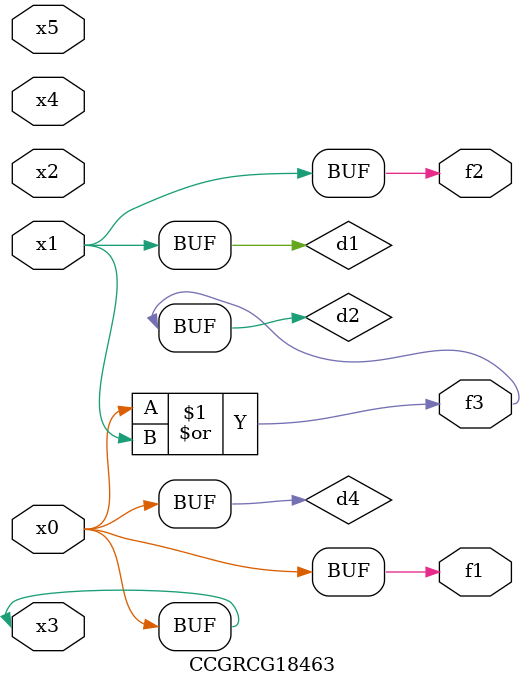
<source format=v>
module CCGRCG18463(
	input x0, x1, x2, x3, x4, x5,
	output f1, f2, f3
);

	wire d1, d2, d3, d4;

	and (d1, x1);
	or (d2, x0, x1);
	nand (d3, x0, x5);
	buf (d4, x0, x3);
	assign f1 = d4;
	assign f2 = d1;
	assign f3 = d2;
endmodule

</source>
